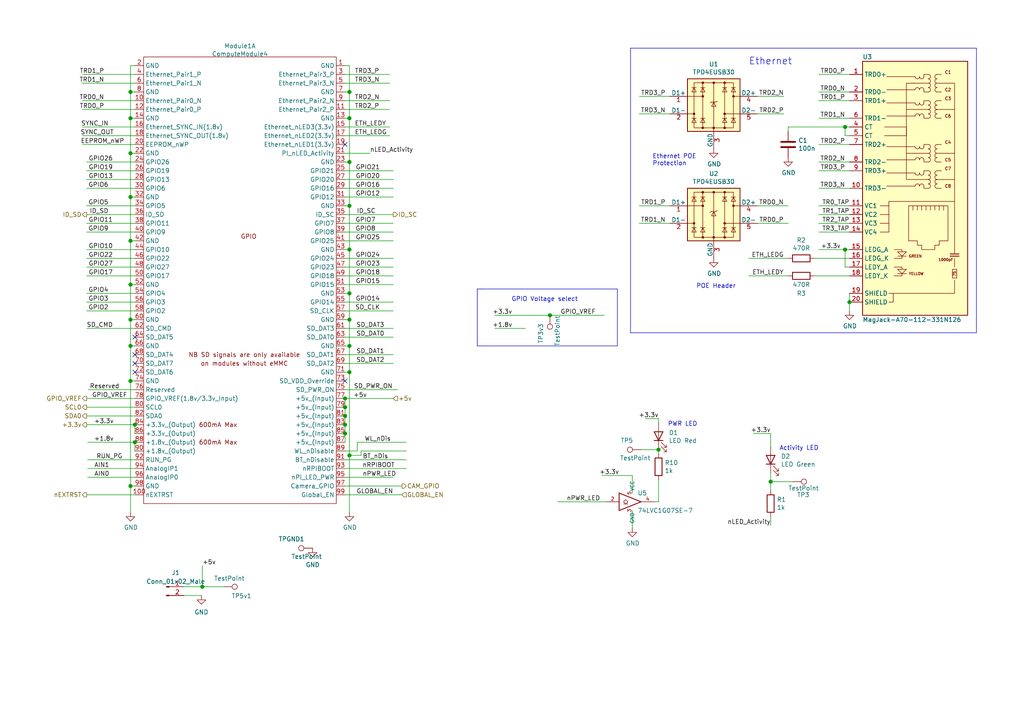
<source format=kicad_sch>
(kicad_sch (version 20210406) (generator eeschema)
  (paper "A4")
  (title_block (title "Compute Module 4 IO Board - GPIO - Ethernet") (rev "1") (company "(c) Raspberry Pi Trading 2020") (comment 1 "www.raspberrypi.org"))
  (lib_symbols
    (symbol "CM4IO:74LVC1G07_copy"
      (property "Reference" "U" (at -2.54 3.81 0))
      (property "Value" "74LVC1G07_copy" (at 0 -3.81 0))
      (symbol "74LVC1G07_copy_1_1"
        (pin input line (at -7.62 0 0) (length 3.81) (name "~") (number "2"))
        (pin power_in line (at 0 -2.54 270) (length 0) (name "GND") (number "3"))
        (pin open_collector line (at 6.35 0 180) (length 3.81) (name "~") (number "4"))
        (pin power_in line (at 0 2.54 90) (length 0) (name "VCC") (number "5"))
      )
    )
    (symbol "CM4IO:ComputeModule4-CM4"
      (property "Reference" "Module" (at 113.03 -68.58 0))
      (property "Value" "ComputeModule4-CM4" (at 140.97 2.54 0))
      (property "Field4" "Hirose" (at 0 0 0))
      (property "Field5" "2x DF40C-100DS-0.4V" (at 0 -2.54 0))
      (symbol "ComputeModule4-CM4_1_0"
        (text "GPIO" (at 0 6.35 0) (effects (font (size 1.27 1.27))))
      )
      (symbol "ComputeModule4-CM4_1_1"
        (text "600mA Max" (at -8.89 -53.34 0) (effects (font (size 1.27 1.27))))
        (text "600mA Max" (at -8.89 -48.26 0) (effects (font (size 1.27 1.27))))
        (text "NB SD signals are only available" (at -1.27 -27.94 0) (effects (font (size 1.27 1.27))))
        (text "on modules without eMMC" (at -1.27 -30.48 0) (effects (font (size 1.27 1.27))))
        (pin power_in line (at 27.94 55.88 180) (length 2.54) (name "GND") (number "1"))
        (pin passive line (at -33.02 45.72 0) (length 2.54) (name "Ethernet_Pair0_N") (number "10"))
        (pin output line (at -33.02 -68.58 0) (length 2.54) (name "nEXTRST") (number "100"))
        (pin passive line (at 27.94 43.18 180) (length 2.54) (name "Ethernet_Pair2_P") (number "11"))
        (pin passive line (at -33.02 43.18 0) (length 2.54) (name "Ethernet_Pair0_P") (number "12"))
        (pin power_in line (at 27.94 40.64 180) (length 2.54) (name "GND") (number "13"))
        (pin power_in line (at -33.02 40.64 0) (length 2.54) (name "GND") (number "14"))
        (pin output line (at 27.94 38.1 180) (length 2.54) (name "Ethernet_nLED3(3.3v)") (number "15"))
        (pin input line (at -33.02 38.1 0) (length 2.54) (name "Ethernet_SYNC_IN(1.8v)") (number "16"))
        (pin output line (at 27.94 35.56 180) (length 2.54) (name "Ethernet_nLED2(3.3v)") (number "17"))
        (pin input line (at -33.02 35.56 0) (length 2.54) (name "Ethernet_SYNC_OUT(1.8v)") (number "18"))
        (pin output line (at 27.94 33.02 180) (length 2.54) (name "Ethernet_nLED1(3.3v)") (number "19"))
        (pin power_in line (at -33.02 55.88 0) (length 2.54) (name "GND") (number "2"))
        (pin passive line (at -33.02 33.02 0) (length 2.54) (name "EEPROM_nWP") (number "20"))
        (pin open_collector line (at 27.94 30.48 180) (length 2.54) (name "PI_nLED_Activity") (number "21"))
        (pin power_in line (at -33.02 30.48 0) (length 2.54) (name "GND") (number "22"))
        (pin power_in line (at 27.94 27.94 180) (length 2.54) (name "GND") (number "23"))
        (pin passive line (at -33.02 27.94 0) (length 2.54) (name "GPIO26") (number "24"))
        (pin passive line (at 27.94 25.4 180) (length 2.54) (name "GPIO21") (number "25"))
        (pin passive line (at -33.02 25.4 0) (length 2.54) (name "GPIO19") (number "26"))
        (pin passive line (at 27.94 22.86 180) (length 2.54) (name "GPIO20") (number "27"))
        (pin passive line (at -33.02 22.86 0) (length 2.54) (name "GPIO13") (number "28"))
        (pin passive line (at 27.94 20.32 180) (length 2.54) (name "GPIO16") (number "29"))
        (pin passive line (at 27.94 53.34 180) (length 2.54) (name "Ethernet_Pair3_P") (number "3"))
        (pin passive line (at -33.02 20.32 0) (length 2.54) (name "GPIO6") (number "30"))
        (pin passive line (at 27.94 17.78 180) (length 2.54) (name "GPIO12") (number "31"))
        (pin power_in line (at -33.02 17.78 0) (length 2.54) (name "GND") (number "32"))
        (pin power_in line (at 27.94 15.24 180) (length 2.54) (name "GND") (number "33"))
        (pin passive line (at -33.02 15.24 0) (length 2.54) (name "GPIO5") (number "34"))
        (pin passive line (at 27.94 12.7 180) (length 2.54) (name "ID_SC") (number "35"))
        (pin passive line (at -33.02 12.7 0) (length 2.54) (name "ID_SD") (number "36"))
        (pin passive line (at 27.94 10.16 180) (length 2.54) (name "GPIO7") (number "37"))
        (pin passive line (at -33.02 10.16 0) (length 2.54) (name "GPIO11") (number "38"))
        (pin passive line (at 27.94 7.62 180) (length 2.54) (name "GPIO8") (number "39"))
        (pin passive line (at -33.02 53.34 0) (length 2.54) (name "Ethernet_Pair1_P") (number "4"))
        (pin passive line (at -33.02 7.62 0) (length 2.54) (name "GPIO9") (number "40"))
        (pin passive line (at 27.94 5.08 180) (length 2.54) (name "GPIO25") (number "41"))
        (pin power_in line (at -33.02 5.08 0) (length 2.54) (name "GND") (number "42"))
        (pin power_in line (at 27.94 2.54 180) (length 2.54) (name "GND") (number "43"))
        (pin passive line (at -33.02 2.54 0) (length 2.54) (name "GPIO10") (number "44"))
        (pin passive line (at 27.94 0 180) (length 2.54) (name "GPIO24") (number "45"))
        (pin passive line (at -33.02 0 0) (length 2.54) (name "GPIO22") (number "46"))
        (pin passive line (at 27.94 -2.54 180) (length 2.54) (name "GPIO23") (number "47"))
        (pin passive line (at -33.02 -2.54 0) (length 2.54) (name "GPIO27") (number "48"))
        (pin passive line (at 27.94 -5.08 180) (length 2.54) (name "GPIO18") (number "49"))
        (pin passive line (at 27.94 50.8 180) (length 2.54) (name "Ethernet_Pair3_N") (number "5"))
        (pin passive line (at -33.02 -5.08 0) (length 2.54) (name "GPIO17") (number "50"))
        (pin passive line (at 27.94 -7.62 180) (length 2.54) (name "GPIO15") (number "51"))
        (pin power_in line (at -33.02 -7.62 0) (length 2.54) (name "GND") (number "52"))
        (pin power_in line (at 27.94 -10.16 180) (length 2.54) (name "GND") (number "53"))
        (pin passive line (at -33.02 -10.16 0) (length 2.54) (name "GPIO4") (number "54"))
        (pin passive line (at 27.94 -12.7 180) (length 2.54) (name "GPIO14") (number "55"))
        (pin passive line (at -33.02 -12.7 0) (length 2.54) (name "GPIO3") (number "56"))
        (pin passive line (at 27.94 -15.24 180) (length 2.54) (name "SD_CLK") (number "57"))
        (pin passive line (at -33.02 -15.24 0) (length 2.54) (name "GPIO2") (number "58"))
        (pin power_in line (at 27.94 -17.78 180) (length 2.54) (name "GND") (number "59"))
        (pin passive line (at -33.02 50.8 0) (length 2.54) (name "Ethernet_Pair1_N") (number "6"))
        (pin power_in line (at -33.02 -17.78 0) (length 2.54) (name "GND") (number "60"))
        (pin passive line (at 27.94 -20.32 180) (length 2.54) (name "SD_DAT3") (number "61"))
        (pin passive line (at -33.02 -20.32 0) (length 2.54) (name "SD_CMD") (number "62"))
        (pin passive line (at 27.94 -22.86 180) (length 2.54) (name "SD_DAT0") (number "63"))
        (pin passive line (at -33.02 -22.86 0) (length 2.54) (name "SD_DAT5") (number "64"))
        (pin power_in line (at 27.94 -25.4 180) (length 2.54) (name "GND") (number "65"))
        (pin power_in line (at -33.02 -25.4 0) (length 2.54) (name "GND") (number "66"))
        (pin passive line (at 27.94 -27.94 180) (length 2.54) (name "SD_DAT1") (number "67"))
        (pin passive line (at -33.02 -27.94 0) (length 2.54) (name "SD_DAT4") (number "68"))
        (pin passive line (at 27.94 -30.48 180) (length 2.54) (name "SD_DAT2") (number "69"))
        (pin power_in line (at 27.94 48.26 180) (length 2.54) (name "GND") (number "7"))
        (pin passive line (at -33.02 -30.48 0) (length 2.54) (name "SD_DAT7") (number "70"))
        (pin power_in line (at 27.94 -33.02 180) (length 2.54) (name "GND") (number "71"))
        (pin passive line (at -33.02 -33.02 0) (length 2.54) (name "SD_DAT6") (number "72"))
        (pin input line (at 27.94 -35.56 180) (length 2.54) (name "SD_VDD_Override") (number "73"))
        (pin power_in line (at -33.02 -35.56 0) (length 2.54) (name "GND") (number "74"))
        (pin output line (at 27.94 -38.1 180) (length 2.54) (name "SD_PWR_ON") (number "75"))
        (pin passive line (at -33.02 -38.1 0) (length 2.54) (name "Reserved") (number "76"))
        (pin power_in line (at 27.94 -40.64 180) (length 2.54) (name "+5v_(Input)") (number "77"))
        (pin power_in line (at -33.02 -40.64 0) (length 2.54) (name "GPIO_VREF(1.8v/3.3v_Input)") (number "78"))
        (pin power_in line (at 27.94 -43.18 180) (length 2.54) (name "+5v_(Input)") (number "79"))
        (pin power_in line (at -33.02 48.26 0) (length 2.54) (name "GND") (number "8"))
        (pin passive line (at -33.02 -43.18 0) (length 2.54) (name "SCL0") (number "80"))
        (pin power_in line (at 27.94 -45.72 180) (length 2.54) (name "+5v_(Input)") (number "81"))
        (pin passive line (at -33.02 -45.72 0) (length 2.54) (name "SDA0") (number "82"))
        (pin power_in line (at 27.94 -48.26 180) (length 2.54) (name "+5v_(Input)") (number "83"))
        (pin power_out line (at -33.02 -48.26 0) (length 2.54) (name "+3.3v_(Output)") (number "84"))
        (pin power_in line (at 27.94 -50.8 180) (length 2.54) (name "+5v_(Input)") (number "85"))
        (pin power_out line (at -33.02 -50.8 0) (length 2.54) (name "+3.3v_(Output)") (number "86"))
        (pin power_in line (at 27.94 -53.34 180) (length 2.54) (name "+5v_(Input)") (number "87"))
        (pin power_out line (at -33.02 -53.34 0) (length 2.54) (name "+1.8v_(Output)") (number "88"))
        (pin input line (at 27.94 -55.88 180) (length 2.54) (name "WL_nDisable") (number "89"))
        (pin passive line (at 27.94 45.72 180) (length 2.54) (name "Ethernet_Pair2_N") (number "9"))
        (pin power_out line (at -33.02 -55.88 0) (length 2.54) (name "+1.8v_(Output)") (number "90"))
        (pin input line (at 27.94 -58.42 180) (length 2.54) (name "BT_nDisable") (number "91"))
        (pin passive line (at -33.02 -58.42 0) (length 2.54) (name "RUN_PG") (number "92"))
        (pin input line (at 27.94 -60.96 180) (length 2.54) (name "nRPIBOOT") (number "93"))
        (pin passive line (at -33.02 -60.96 0) (length 2.54) (name "AnalogIP1") (number "94"))
        (pin output line (at 27.94 -63.5 180) (length 2.54) (name "nPI_LED_PWR") (number "95"))
        (pin passive line (at -33.02 -63.5 0) (length 2.54) (name "AnalogIP0") (number "96"))
        (pin passive line (at 27.94 -66.04 180) (length 2.54) (name "Camera_GPIO") (number "97"))
        (pin power_in line (at -33.02 -66.04 0) (length 2.54) (name "GND") (number "98"))
        (pin input line (at 27.94 -68.58 180) (length 2.54) (name "Global_EN") (number "99"))
      )
      (symbol "ComputeModule4-CM4_2_1"
        (text "High Speed Serial" (at 140.97 0 0) (effects (font (size 1.27 1.27))))
        (pin input line (at 170.18 60.96 180) (length 5.08) (name "USB_OTG_ID") (number "101"))
        (pin input line (at 109.22 60.96 0) (length 5.08) (name "PCIe_CLK_nREQ") (number "102"))
        (pin passive line (at 170.18 58.42 180) (length 5.08) (name "USB2_N") (number "103"))
        (pin passive line (at 109.22 58.42 0) (length 5.08) (name "Reserved") (number "104"))
        (pin passive line (at 170.18 55.88 180) (length 5.08) (name "USB2_P") (number "105"))
        (pin passive line (at 109.22 55.88 0) (length 5.08) (name "Reserved") (number "106"))
        (pin power_in line (at 170.18 53.34 180) (length 5.08) (name "GND") (number "107"))
        (pin power_in line (at 109.22 53.34 0) (length 5.08) (name "GND") (number "108"))
        (pin bidirectional line (at 170.18 50.8 180) (length 5.08) (name "PCIe_nRST") (number "109"))
        (pin output line (at 109.22 50.8 0) (length 5.08) (name "PCIe_CLK_P") (number "110"))
        (pin passive line (at 170.18 48.26 180) (length 5.08) (name "VDAC_COMP") (number "111"))
        (pin output line (at 109.22 48.26 0) (length 5.08) (name "PCIe_CLK_N") (number "112"))
        (pin power_in line (at 170.18 45.72 180) (length 5.08) (name "GND") (number "113"))
        (pin power_in line (at 109.22 45.72 0) (length 5.08) (name "GND") (number "114"))
        (pin input line (at 170.18 43.18 180) (length 5.08) (name "CAM1_D0_N") (number "115"))
        (pin input line (at 109.22 43.18 0) (length 5.08) (name "PCIe_RX_P") (number "116"))
        (pin input line (at 170.18 40.64 180) (length 5.08) (name "CAM1_D0_P") (number "117"))
        (pin input line (at 109.22 40.64 0) (length 5.08) (name "PCIe_RX_N") (number "118"))
        (pin power_in line (at 170.18 38.1 180) (length 5.08) (name "GND") (number "119"))
        (pin power_in line (at 109.22 38.1 0) (length 5.08) (name "GND") (number "120"))
        (pin input line (at 170.18 35.56 180) (length 5.08) (name "CAM1_D1_N") (number "121"))
        (pin output line (at 109.22 35.56 0) (length 5.08) (name "PCIe_TX_P") (number "122"))
        (pin input line (at 170.18 33.02 180) (length 5.08) (name "CAM1_D1_P") (number "123"))
        (pin output line (at 109.22 33.02 0) (length 5.08) (name "PCIe_TX_N") (number "124"))
        (pin power_in line (at 170.18 30.48 180) (length 5.08) (name "GND") (number "125"))
        (pin power_in line (at 109.22 30.48 0) (length 5.08) (name "GND") (number "126"))
        (pin input line (at 170.18 27.94 180) (length 5.08) (name "CAM1_C_N") (number "127"))
        (pin input line (at 109.22 27.94 0) (length 5.08) (name "CAM0_D0_N") (number "128"))
        (pin input line (at 170.18 25.4 180) (length 5.08) (name "CAM1_C_P") (number "129"))
        (pin input line (at 109.22 25.4 0) (length 5.08) (name "CAM0_D0_P") (number "130"))
        (pin power_in line (at 170.18 22.86 180) (length 5.08) (name "GND") (number "131"))
        (pin power_in line (at 109.22 22.86 0) (length 5.08) (name "GND") (number "132"))
        (pin input line (at 170.18 20.32 180) (length 5.08) (name "CAM1_D2_N") (number "133"))
        (pin input line (at 109.22 20.32 0) (length 5.08) (name "CAM0_D1_N") (number "134"))
        (pin input line (at 170.18 17.78 180) (length 5.08) (name "CAM1_D2_P") (number "135"))
        (pin input line (at 109.22 17.78 0) (length 5.08) (name "CAM0_D1_P") (number "136"))
        (pin power_in line (at 170.18 15.24 180) (length 5.08) (name "GND") (number "137"))
        (pin power_in line (at 109.22 15.24 0) (length 5.08) (name "GND") (number "138"))
        (pin input line (at 170.18 12.7 180) (length 5.08) (name "CAM1_D3_N") (number "139"))
        (pin input line (at 109.22 12.7 0) (length 5.08) (name "CAM0_C_N") (number "140"))
        (pin input line (at 170.18 10.16 180) (length 5.08) (name "CAM1_D3_P") (number "141"))
        (pin input line (at 109.22 10.16 0) (length 5.08) (name "CAM0_C_P") (number "142"))
        (pin input line (at 170.18 7.62 180) (length 5.08) (name "HDMI1_HOTPLUG") (number "143"))
        (pin power_in line (at 109.22 7.62 0) (length 5.08) (name "GND") (number "144"))
        (pin bidirectional line (at 170.18 5.08 180) (length 5.08) (name "HDMI1_SDA") (number "145"))
        (pin output line (at 109.22 5.08 0) (length 5.08) (name "HDMI1_TX2_P") (number "146"))
        (pin open_collector line (at 170.18 2.54 180) (length 5.08) (name "HDMI1_SCL") (number "147"))
        (pin output line (at 109.22 2.54 0) (length 5.08) (name "HDMI1_TX2_N") (number "148"))
        (pin open_collector line (at 170.18 0 180) (length 5.08) (name "HDMI1_CEC") (number "149"))
        (pin power_in line (at 109.22 0 0) (length 5.08) (name "GND") (number "150"))
        (pin open_collector line (at 170.18 -2.54 180) (length 5.08) (name "HDMI0_CEC") (number "151"))
        (pin output line (at 109.22 -2.54 0) (length 5.08) (name "HDMI1_TX1_P") (number "152"))
        (pin input line (at 170.18 -5.08 180) (length 5.08) (name "HDMI0_HOTPLUG") (number "153"))
        (pin output line (at 109.22 -5.08 0) (length 5.08) (name "HDMI1_TX1_N") (number "154"))
        (pin power_in line (at 170.18 -7.62 180) (length 5.08) (name "GND") (number "155"))
        (pin power_in line (at 109.22 -7.62 0) (length 5.08) (name "GND") (number "156"))
        (pin output line (at 170.18 -10.16 180) (length 5.08) (name "DSI0_D0_N") (number "157"))
        (pin output line (at 109.22 -10.16 0) (length 5.08) (name "HDMI1_TX0_P") (number "158"))
        (pin output line (at 170.18 -12.7 180) (length 5.08) (name "DSI0_D0_P") (number "159"))
        (pin output line (at 109.22 -12.7 0) (length 5.08) (name "HDMI1_TX0_N") (number "160"))
        (pin power_in line (at 170.18 -15.24 180) (length 5.08) (name "GND") (number "161"))
        (pin power_in line (at 109.22 -15.24 0) (length 5.08) (name "GND") (number "162"))
        (pin output line (at 170.18 -17.78 180) (length 5.08) (name "DSI0_D1_N") (number "163"))
        (pin output line (at 109.22 -17.78 0) (length 5.08) (name "HDMI1_CLK_P") (number "164"))
        (pin output line (at 170.18 -20.32 180) (length 5.08) (name "DSI0_D1_P") (number "165"))
        (pin output line (at 109.22 -20.32 0) (length 5.08) (name "HDMI1_CLK_N") (number "166"))
        (pin power_in line (at 170.18 -22.86 180) (length 5.08) (name "GND") (number "167"))
        (pin power_in line (at 109.22 -22.86 0) (length 5.08) (name "GND") (number "168"))
        (pin output line (at 170.18 -25.4 180) (length 5.08) (name "DSI0_C_N") (number "169"))
        (pin output line (at 109.22 -25.4 0) (length 5.08) (name "HDMI0_TX2_P") (number "170"))
        (pin output line (at 170.18 -27.94 180) (length 5.08) (name "DSI0_C_P") (number "171"))
        (pin output line (at 109.22 -27.94 0) (length 5.08) (name "HDMI0_TX2_N") (number "172"))
        (pin power_in line (at 170.18 -30.48 180) (length 5.08) (name "GND") (number "173"))
        (pin power_in line (at 109.22 -30.48 0) (length 5.08) (name "GND") (number "174"))
        (pin output line (at 170.18 -33.02 180) (length 5.08) (name "DSI1_D0_N") (number "175"))
        (pin output line (at 109.22 -33.02 0) (length 5.08) (name "HDMI0_TX1_P") (number "176"))
        (pin output line (at 170.18 -35.56 180) (length 5.08) (name "DSI1_D0_P") (number "177"))
        (pin output line (at 109.22 -35.56 0) (length 5.08) (name "HDMI0_TX1_N") (number "178"))
        (pin power_in line (at 170.18 -38.1 180) (length 5.08) (name "GND") (number "179"))
        (pin power_in line (at 109.22 -38.1 0) (length 5.08) (name "GND") (number "180"))
        (pin output line (at 170.18 -40.64 180) (length 5.08) (name "DSI1_D1_N") (number "181"))
        (pin output line (at 109.22 -40.64 0) (length 5.08) (name "HDMI0_TX0_P") (number "182"))
        (pin output line (at 170.18 -43.18 180) (length 5.08) (name "DSI1_D1_P") (number "183"))
        (pin output line (at 109.22 -43.18 0) (length 5.08) (name "HDMI0_TX0_N") (number "184"))
        (pin power_in line (at 170.18 -45.72 180) (length 5.08) (name "GND") (number "185"))
        (pin power_in line (at 109.22 -45.72 0) (length 5.08) (name "GND") (number "186"))
        (pin output line (at 170.18 -48.26 180) (length 5.08) (name "DSI1_C_N") (number "187"))
        (pin output line (at 109.22 -48.26 0) (length 5.08) (name "HDMI0_CLK_P") (number "188"))
        (pin output line (at 170.18 -50.8 180) (length 5.08) (name "DSI1_C_P") (number "189"))
        (pin output line (at 109.22 -50.8 0) (length 5.08) (name "HDMI0_CLK_N") (number "190"))
        (pin power_in line (at 170.18 -53.34 180) (length 5.08) (name "GND") (number "191"))
        (pin power_in line (at 109.22 -53.34 0) (length 5.08) (name "GND") (number "192"))
        (pin output line (at 170.18 -55.88 180) (length 5.08) (name "DSI1_D2_N") (number "193"))
        (pin output line (at 109.22 -55.88 0) (length 5.08) (name "DSI1_D3_N") (number "194"))
        (pin output line (at 170.18 -58.42 180) (length 5.08) (name "DSI1_D2_P") (number "195"))
        (pin output line (at 109.22 -58.42 0) (length 5.08) (name "DSI1_D3_P") (number "196"))
        (pin power_in line (at 170.18 -60.96 180) (length 5.08) (name "GND") (number "197"))
        (pin power_in line (at 109.22 -60.96 0) (length 5.08) (name "GND") (number "198"))
        (pin bidirectional line (at 170.18 -63.5 180) (length 5.08) (name "HDMI0_SDA") (number "199"))
        (pin open_collector line (at 109.22 -63.5 0) (length 5.08) (name "HDMI0_SCL") (number "200"))
      )
    )
    (symbol "CM4IO:MagJack-A70-112-331N126"
      (property "Reference" "U" (at 0 0 0))
      (property "Value" "MagJack-A70-112-331N126" (at 0 0 0))
      (symbol "MagJack-A70-112-331N126_1_1"
        (text "1000pF" (at 6.35 17.399 0) (effects (font (size 0.762 0.762))))
        (text "75" (at 8.89 13.335 900) (effects (font (size 0.762 0.762))))
        (text "C1" (at 6.985 71.755 0) (effects (font (size 0.889 0.889))))
        (text "C2" (at 6.985 66.675 0) (effects (font (size 0.889 0.889))))
        (text "C3" (at 6.985 64.135 0) (effects (font (size 0.889 0.889))))
        (text "C4" (at 6.985 51.435 0) (effects (font (size 0.889 0.889))))
        (text "C5" (at 6.985 46.355 0) (effects (font (size 0.889 0.889))))
        (text "C6" (at 6.985 59.055 0) (effects (font (size 0.889 0.889))))
        (text "C7" (at 6.985 43.815 0) (effects (font (size 0.889 0.889))))
        (text "C8" (at 6.985 38.735 0) (effects (font (size 0.889 0.889))))
        (text "GREEN" (at -4.445 18.415 0) (effects (font (size 0.762 0.762)) (justify left)))
        (text "YELLOW" (at -4.445 13.335 0) (effects (font (size 0.762 0.762)) (justify left)))
        (pin passive line (at -21.59 71.12 0) (length 3.81) (name "TRD0+") (number "1"))
        (pin passive line (at -21.59 38.1 0) (length 3.81) (name "TRD3-") (number "10"))
        (pin passive line (at -21.59 33.02 0) (length 3.81) (name "VC1") (number "11"))
        (pin passive line (at -21.59 30.48 0) (length 3.81) (name "VC2") (number "12"))
        (pin passive line (at -21.59 27.94 0) (length 3.81) (name "VC3") (number "13"))
        (pin passive line (at -21.59 25.4 0) (length 3.81) (name "VC4") (number "14"))
        (pin passive line (at -21.59 20.32 0) (length 3.81) (name "LEDG_A") (number "15"))
        (pin passive line (at -21.59 17.78 0) (length 3.81) (name "LEDG_K") (number "16"))
        (pin passive line (at -21.59 15.24 0) (length 3.81) (name "LEDY_A") (number "17"))
        (pin passive line (at -21.59 12.7 0) (length 3.81) (name "LEDY_K") (number "18"))
        (pin passive line (at -21.59 7.62 0) (length 3.81) (name "SHIELD") (number "19"))
        (pin passive line (at -21.59 66.04 0) (length 3.81) (name "TRD0-") (number "2"))
        (pin passive line (at -21.59 5.08 0) (length 3.81) (name "SHIELD") (number "20"))
        (pin passive line (at -21.59 63.5 0) (length 3.81) (name "TRD1+") (number "3"))
        (pin passive line (at -21.59 55.88 0) (length 3.81) (name "CT") (number "4"))
        (pin passive line (at -21.59 53.34 0) (length 3.81) (name "CT") (number "5"))
        (pin passive line (at -21.59 58.42 0) (length 3.81) (name "TRD1-") (number "6"))
        (pin passive line (at -21.59 50.8 0) (length 3.81) (name "TRD2+") (number "7"))
        (pin passive line (at -21.59 45.72 0) (length 3.81) (name "TRD2-") (number "8"))
        (pin passive line (at -21.59 43.18 0) (length 3.81) (name "TRD3+") (number "9"))
      )
    )
    (symbol "CM4IO:TPD4EUSB30" (pin_names (offset 0))
      (property "Reference" "U" (at -0.635 8.89 0))
      (property "Value" "TPD4EUSB30" (at 8.89 -10.16 0))
      (symbol "TPD4EUSB30_1_1"
        (pin passive line (at -12.7 2.54 0) (length 5.08) (name "D1+") (number "1"))
        (pin passive line (at -12.7 2.54 0) (length 5.08) hide (name "~") (number "10"))
        (pin passive line (at -12.7 -2.54 0) (length 5.08) (name "D1-") (number "2"))
        (pin power_in line (at 0 -12.7 90) (length 5.08) (name "GND") (number "3"))
        (pin passive line (at 12.7 2.54 180) (length 5.08) (name "D2+") (number "4"))
        (pin passive line (at 12.7 -2.54 180) (length 5.08) (name "D2-") (number "5"))
        (pin passive line (at 12.7 -2.54 180) (length 5.08) hide (name "~") (number "6"))
        (pin passive line (at 12.7 2.54 180) (length 5.08) hide (name "~") (number "7"))
        (pin passive line (at 0 -12.7 90) (length 5.08) hide (name "GND") (number "8"))
        (pin passive line (at -12.7 -2.54 0) (length 5.08) hide (name "~") (number "9"))
      )
    )
    (symbol "Connector:Conn_01x02_Male" (pin_names (offset 1.016) hide)
      (property "Reference" "J" (at 0 2.54 0))
      (property "Value" "Conn_01x02_Male" (at 0 -5.08 0))
      (symbol "Conn_01x02_Male_1_1"
        (pin passive line (at 5.08 0 180) (length 3.81) (name "Pin_1") (number "1"))
        (pin passive line (at 5.08 -2.54 180) (length 3.81) (name "Pin_2") (number "2"))
      )
    )
    (symbol "Connector:TestPoint" (pin_numbers hide) (pin_names (offset 0.762) hide)
      (property "Reference" "TP" (at 0 6.858 0))
      (property "Value" "TestPoint" (at 0 5.08 0))
      (symbol "TestPoint_1_1"
        (pin passive line (at 0 0 90) (length 2.54) (name "1") (number "1"))
      )
    )
    (symbol "Device:C" (pin_numbers hide) (pin_names (offset 0.254))
      (property "Reference" "C" (at 0.635 2.54 0))
      (property "Value" "C" (at 0.635 -2.54 0))
      (symbol "C_1_1"
        (pin passive line (at 0 3.81 270) (length 2.794) (name "~") (number "1"))
        (pin passive line (at 0 -3.81 90) (length 2.794) (name "~") (number "2"))
      )
    )
    (symbol "Device:LED" (pin_numbers hide) (pin_names hide)
      (property "Reference" "D" (at 0 2.54 0))
      (property "Value" "LED" (at 0 -2.54 0))
      (symbol "LED_1_1"
        (pin passive line (at -3.81 0 0) (length 2.54) (name "K") (number "1"))
        (pin passive line (at 3.81 0 180) (length 2.54) (name "A") (number "2"))
      )
    )
    (symbol "Device:R" (pin_numbers hide) (pin_names (offset 0))
      (property "Reference" "R" (at 2.032 0 90))
      (property "Value" "R" (at 0 0 90))
      (symbol "R_1_1"
        (pin passive line (at 0 3.81 270) (length 1.27) (name "~") (number "1"))
        (pin passive line (at 0 -3.81 90) (length 1.27) (name "~") (number "2"))
      )
    )
    (symbol "power:GND" (power) (pin_names (offset 0))
      (property "Value" "GND" (at 0 -3.81 0))
      (symbol "GND_1_1"
        (pin power_in line (at 0 0 270) (length 0) hide (name "GND") (number "1"))
      )
    )
  )
  (junction (at 37.846 26.67) (diameter 1.016))
  (junction (at 37.846 34.29) (diameter 1.016))
  (junction (at 37.846 44.45) (diameter 1.016))
  (junction (at 37.846 57.15) (diameter 1.016))
  (junction (at 37.846 69.85) (diameter 1.016))
  (junction (at 37.846 82.55) (diameter 1.016))
  (junction (at 37.846 92.71) (diameter 1.016))
  (junction (at 37.846 100.33) (diameter 1.016))
  (junction (at 37.846 110.49) (diameter 1.016))
  (junction (at 37.846 140.97) (diameter 1.016))
  (junction (at 39.116 123.19) (diameter 1.016))
  (junction (at 39.116 128.27) (diameter 1.016))
  (junction (at 58.674 170.18) (diameter 1.016))
  (junction (at 100.076 115.57) (diameter 1.016))
  (junction (at 100.076 118.11) (diameter 1.016))
  (junction (at 100.076 120.65) (diameter 1.016))
  (junction (at 100.076 123.19) (diameter 1.016))
  (junction (at 100.076 125.73) (diameter 1.016))
  (junction (at 101.346 26.67) (diameter 1.016))
  (junction (at 101.346 34.29) (diameter 1.016))
  (junction (at 101.346 46.99) (diameter 1.016))
  (junction (at 101.346 59.69) (diameter 1.016))
  (junction (at 101.346 72.39) (diameter 1.016))
  (junction (at 101.346 85.09) (diameter 1.016))
  (junction (at 101.346 92.71) (diameter 1.016))
  (junction (at 101.346 100.33) (diameter 1.016))
  (junction (at 101.346 107.95) (diameter 1.016))
  (junction (at 101.346 132.08) (diameter 1.016))
  (junction (at 159.512 91.44) (diameter 1.016))
  (junction (at 191.008 130.429) (diameter 1.016))
  (junction (at 223.52 139.7) (diameter 1.016))
  (junction (at 245.11 36.83) (diameter 1.016))
  (junction (at 245.11 72.39) (diameter 1.016))
  (junction (at 246.38 87.63) (diameter 1.016))
  (no_connect (at 39.116 97.79))
  (no_connect (at 39.116 102.87))
  (no_connect (at 39.116 105.41))
  (no_connect (at 39.116 107.95))
  (no_connect (at 100.076 41.91))
  (no_connect (at 100.076 110.49))
  (wire (pts (xy 23.876 21.59) (xy 39.116 21.59)))
  (wire (pts (xy 23.876 24.13) (xy 39.116 24.13)))
  (wire (pts (xy 23.876 29.21) (xy 39.116 29.21)))
  (wire (pts (xy 23.876 31.75) (xy 39.116 31.75)))
  (wire (pts (xy 23.876 36.83) (xy 39.116 36.83)))
  (wire (pts (xy 23.876 39.37) (xy 39.116 39.37)))
  (wire (pts (xy 23.876 41.91) (xy 39.116 41.91)))
  (wire (pts (xy 25.146 46.99) (xy 39.116 46.99)))
  (wire (pts (xy 25.146 49.53) (xy 39.116 49.53)))
  (wire (pts (xy 25.146 52.07) (xy 39.116 52.07)))
  (wire (pts (xy 25.146 54.61) (xy 39.116 54.61)))
  (wire (pts (xy 25.146 59.69) (xy 39.116 59.69)))
  (wire (pts (xy 25.146 62.23) (xy 39.116 62.23)))
  (wire (pts (xy 25.146 64.77) (xy 39.116 64.77)))
  (wire (pts (xy 25.146 67.31) (xy 39.116 67.31)))
  (wire (pts (xy 25.146 72.39) (xy 39.116 72.39)))
  (wire (pts (xy 25.146 74.93) (xy 39.116 74.93)))
  (wire (pts (xy 25.146 77.47) (xy 39.116 77.47)))
  (wire (pts (xy 25.146 80.01) (xy 39.116 80.01)))
  (wire (pts (xy 25.146 85.09) (xy 39.116 85.09)))
  (wire (pts (xy 25.146 87.63) (xy 39.116 87.63)))
  (wire (pts (xy 25.146 90.17) (xy 39.116 90.17)))
  (wire (pts (xy 25.146 95.25) (xy 39.116 95.25)))
  (wire (pts (xy 25.146 115.57) (xy 39.116 115.57)))
  (wire (pts (xy 25.146 118.11) (xy 39.116 118.11)))
  (wire (pts (xy 25.146 120.65) (xy 39.116 120.65)))
  (wire (pts (xy 25.146 123.19) (xy 39.116 123.19)))
  (wire (pts (xy 25.146 143.51) (xy 39.116 143.51)))
  (wire (pts (xy 25.4 128.27) (xy 39.116 128.27)))
  (wire (pts (xy 25.4 133.35) (xy 39.116 133.35)))
  (wire (pts (xy 25.4 135.89) (xy 39.116 135.89)))
  (wire (pts (xy 25.4 138.43) (xy 39.116 138.43)))
  (wire (pts (xy 25.6032 113.03) (xy 39.116 113.03)))
  (wire (pts (xy 37.846 19.05) (xy 37.846 26.67)))
  (wire (pts (xy 37.846 26.67) (xy 37.846 34.29)))
  (wire (pts (xy 37.846 34.29) (xy 37.846 44.45)))
  (wire (pts (xy 37.846 44.45) (xy 37.846 57.15)))
  (wire (pts (xy 37.846 44.45) (xy 39.116 44.45)))
  (wire (pts (xy 37.846 57.15) (xy 37.846 69.85)))
  (wire (pts (xy 37.846 57.15) (xy 39.116 57.15)))
  (wire (pts (xy 37.846 69.85) (xy 37.846 82.55)))
  (wire (pts (xy 37.846 69.85) (xy 39.116 69.85)))
  (wire (pts (xy 37.846 82.55) (xy 37.846 92.71)))
  (wire (pts (xy 37.846 82.55) (xy 39.116 82.55)))
  (wire (pts (xy 37.846 92.71) (xy 37.846 100.33)))
  (wire (pts (xy 37.846 92.71) (xy 39.116 92.71)))
  (wire (pts (xy 37.846 100.33) (xy 37.846 110.49)))
  (wire (pts (xy 37.846 100.33) (xy 39.116 100.33)))
  (wire (pts (xy 37.846 110.49) (xy 37.846 140.97)))
  (wire (pts (xy 37.846 110.49) (xy 39.116 110.49)))
  (wire (pts (xy 37.846 140.97) (xy 37.846 148.59)))
  (wire (pts (xy 39.116 19.05) (xy 37.846 19.05)))
  (wire (pts (xy 39.116 26.67) (xy 37.846 26.67)))
  (wire (pts (xy 39.116 34.29) (xy 37.846 34.29)))
  (wire (pts (xy 39.116 125.73) (xy 39.116 123.19)))
  (wire (pts (xy 39.116 128.27) (xy 39.37 128.27)))
  (wire (pts (xy 39.116 130.81) (xy 39.116 128.27)))
  (wire (pts (xy 39.116 140.97) (xy 37.846 140.97)))
  (wire (pts (xy 53.34 170.18) (xy 58.674 170.18)))
  (wire (pts (xy 53.34 172.72) (xy 58.42 172.72)))
  (wire (pts (xy 58.674 164.084) (xy 58.674 170.18)))
  (wire (pts (xy 58.674 170.18) (xy 64.77 170.18)))
  (wire (pts (xy 100.076 19.05) (xy 101.346 19.05)))
  (wire (pts (xy 100.076 21.59) (xy 113.03 21.59)))
  (wire (pts (xy 100.076 24.13) (xy 113.03 24.13)))
  (wire (pts (xy 100.076 26.67) (xy 101.346 26.67)))
  (wire (pts (xy 100.076 29.21) (xy 113.03 29.21)))
  (wire (pts (xy 100.076 31.75) (xy 113.03 31.75)))
  (wire (pts (xy 100.076 34.29) (xy 101.346 34.29)))
  (wire (pts (xy 100.076 36.83) (xy 113.03 36.83)))
  (wire (pts (xy 100.076 39.37) (xy 113.03 39.37)))
  (wire (pts (xy 100.076 44.45) (xy 107.315 44.45)))
  (wire (pts (xy 100.076 46.99) (xy 101.346 46.99)))
  (wire (pts (xy 100.076 49.53) (xy 114.046 49.53)))
  (wire (pts (xy 100.076 52.07) (xy 114.046 52.07)))
  (wire (pts (xy 100.076 54.61) (xy 114.046 54.61)))
  (wire (pts (xy 100.076 57.15) (xy 114.046 57.15)))
  (wire (pts (xy 100.076 59.69) (xy 101.346 59.69)))
  (wire (pts (xy 100.076 62.23) (xy 114.046 62.23)))
  (wire (pts (xy 100.076 64.77) (xy 114.046 64.77)))
  (wire (pts (xy 100.076 67.31) (xy 114.046 67.31)))
  (wire (pts (xy 100.076 69.85) (xy 114.046 69.85)))
  (wire (pts (xy 100.076 72.39) (xy 101.346 72.39)))
  (wire (pts (xy 100.076 74.93) (xy 114.046 74.93)))
  (wire (pts (xy 100.076 77.47) (xy 114.046 77.47)))
  (wire (pts (xy 100.076 80.01) (xy 114.046 80.01)))
  (wire (pts (xy 100.076 82.55) (xy 114.046 82.55)))
  (wire (pts (xy 100.076 85.09) (xy 101.346 85.09)))
  (wire (pts (xy 100.076 87.63) (xy 114.046 87.63)))
  (wire (pts (xy 100.076 92.71) (xy 101.346 92.71)))
  (wire (pts (xy 100.076 97.79) (xy 114.046 97.79)))
  (wire (pts (xy 100.076 100.33) (xy 101.346 100.33)))
  (wire (pts (xy 100.076 105.41) (xy 114.046 105.41)))
  (wire (pts (xy 100.076 107.95) (xy 101.346 107.95)))
  (wire (pts (xy 100.076 113.03) (xy 115.316 113.03)))
  (wire (pts (xy 100.076 115.57) (xy 100.076 118.11)))
  (wire (pts (xy 100.076 115.57) (xy 114.046 115.57)))
  (wire (pts (xy 100.076 118.11) (xy 100.076 120.65)))
  (wire (pts (xy 100.076 120.65) (xy 100.076 123.19)))
  (wire (pts (xy 100.076 123.19) (xy 100.076 125.73)))
  (wire (pts (xy 100.076 125.73) (xy 100.076 128.27)))
  (wire (pts (xy 100.076 130.81) (xy 103.632 130.81)))
  (wire (pts (xy 100.076 133.35) (xy 117.856 133.35)))
  (wire (pts (xy 100.076 135.89) (xy 117.856 135.89)))
  (wire (pts (xy 100.076 138.43) (xy 114.046 138.43)))
  (wire (pts (xy 100.076 140.97) (xy 116.586 140.97)))
  (wire (pts (xy 100.076 143.51) (xy 116.586 143.51)))
  (wire (pts (xy 101.346 19.05) (xy 101.346 26.67)))
  (wire (pts (xy 101.346 26.67) (xy 101.346 34.29)))
  (wire (pts (xy 101.346 34.29) (xy 101.346 46.99)))
  (wire (pts (xy 101.346 46.99) (xy 101.346 59.69)))
  (wire (pts (xy 101.346 59.69) (xy 101.346 72.39)))
  (wire (pts (xy 101.346 72.39) (xy 101.346 85.09)))
  (wire (pts (xy 101.346 85.09) (xy 101.346 92.71)))
  (wire (pts (xy 101.346 92.71) (xy 101.346 100.33)))
  (wire (pts (xy 101.346 100.33) (xy 101.346 107.95)))
  (wire (pts (xy 101.346 107.95) (xy 101.346 132.08)))
  (wire (pts (xy 101.346 132.08) (xy 101.346 148.59)))
  (wire (pts (xy 101.346 132.08) (xy 104.7242 132.08)))
  (wire (pts (xy 103.632 128.27) (xy 117.856 128.27)))
  (wire (pts (xy 103.632 130.81) (xy 103.632 128.27)))
  (wire (pts (xy 104.7242 130.81) (xy 117.856 130.81)))
  (wire (pts (xy 104.7242 132.08) (xy 104.7242 130.81)))
  (wire (pts (xy 114.046 90.17) (xy 100.076 90.17)))
  (wire (pts (xy 114.046 95.25) (xy 100.076 95.25)))
  (wire (pts (xy 114.046 102.87) (xy 100.076 102.87)))
  (wire (pts (xy 143.51 91.44) (xy 159.512 91.44)))
  (wire (pts (xy 143.51 95.25) (xy 152.4 95.25)))
  (wire (pts (xy 159.512 91.44) (xy 175.26 91.44)))
  (wire (pts (xy 161.798 145.542) (xy 175.768 145.542)))
  (wire (pts (xy 183.388 137.922) (xy 174.498 137.922)))
  (wire (pts (xy 183.388 143.002) (xy 183.388 137.922)))
  (wire (pts (xy 183.388 148.082) (xy 183.388 153.162)))
  (wire (pts (xy 185.42 27.94) (xy 194.31 27.94)))
  (wire (pts (xy 185.42 33.02) (xy 194.31 33.02)))
  (wire (pts (xy 185.42 59.69) (xy 194.31 59.69)))
  (wire (pts (xy 186.0042 130.429) (xy 191.008 130.429)))
  (wire (pts (xy 191.008 121.412) (xy 187.198 121.412)))
  (wire (pts (xy 191.008 122.682) (xy 191.008 121.412)))
  (wire (pts (xy 191.008 130.302) (xy 191.008 130.429)))
  (wire (pts (xy 191.008 130.429) (xy 191.008 131.572)))
  (wire (pts (xy 191.008 139.192) (xy 191.008 145.542)))
  (wire (pts (xy 191.008 145.542) (xy 189.738 145.542)))
  (wire (pts (xy 194.31 64.77) (xy 185.42 64.77)))
  (wire (pts (xy 217.17 74.93) (xy 228.6 74.93)))
  (wire (pts (xy 217.17 80.01) (xy 228.6 80.01)))
  (wire (pts (xy 218.44 125.73) (xy 223.52 125.73)))
  (wire (pts (xy 219.71 27.94) (xy 227.33 27.94)))
  (wire (pts (xy 219.71 33.02) (xy 227.33 33.02)))
  (wire (pts (xy 219.71 59.69) (xy 228.6 59.69)))
  (wire (pts (xy 219.71 64.77) (xy 228.6 64.77)))
  (wire (pts (xy 223.52 129.54) (xy 223.52 125.73)))
  (wire (pts (xy 223.52 139.7) (xy 223.52 137.16)))
  (wire (pts (xy 223.52 142.24) (xy 223.52 139.7)))
  (wire (pts (xy 223.52 152.4) (xy 223.52 149.86)))
  (wire (pts (xy 228.6 36.83) (xy 245.11 36.83)))
  (wire (pts (xy 228.6 38.1) (xy 228.6 36.83)))
  (wire (pts (xy 229.87 139.7) (xy 223.52 139.7)))
  (wire (pts (xy 236.22 74.93) (xy 246.38 74.93)))
  (wire (pts (xy 236.22 80.01) (xy 246.38 80.01)))
  (wire (pts (xy 237.49 21.59) (xy 246.38 21.59)))
  (wire (pts (xy 237.49 26.67) (xy 246.38 26.67)))
  (wire (pts (xy 237.49 29.21) (xy 246.38 29.21)))
  (wire (pts (xy 237.49 34.29) (xy 246.38 34.29)))
  (wire (pts (xy 237.49 41.91) (xy 246.38 41.91)))
  (wire (pts (xy 237.49 46.99) (xy 246.38 46.99)))
  (wire (pts (xy 237.49 49.53) (xy 246.38 49.53)))
  (wire (pts (xy 237.49 54.61) (xy 246.38 54.61)))
  (wire (pts (xy 237.49 59.69) (xy 246.38 59.69)))
  (wire (pts (xy 237.49 62.23) (xy 246.38 62.23)))
  (wire (pts (xy 237.49 64.77) (xy 246.38 64.77)))
  (wire (pts (xy 237.49 67.31) (xy 246.38 67.31)))
  (wire (pts (xy 237.49 72.39) (xy 245.11 72.39)))
  (wire (pts (xy 245.11 39.37) (xy 245.11 36.83)))
  (wire (pts (xy 245.11 72.39) (xy 246.38 72.39)))
  (wire (pts (xy 245.11 77.47) (xy 245.11 72.39)))
  (wire (pts (xy 246.38 36.83) (xy 245.11 36.83)))
  (wire (pts (xy 246.38 39.37) (xy 245.11 39.37)))
  (wire (pts (xy 246.38 77.47) (xy 245.11 77.47)))
  (wire (pts (xy 246.38 85.09) (xy 246.38 87.63)))
  (wire (pts (xy 246.38 87.63) (xy 246.38 90.17)))
  (polyline (pts (xy 138.43 100.33) (xy 138.43 83.82)) (stroke (width 0) (type solid)))
  (polyline (pts (xy 138.43 100.33) (xy 139.7 100.33)) (stroke (width 0) (type solid)))
  (polyline (pts (xy 139.7 83.82) (xy 138.43 83.82)) (stroke (width 0) (type solid)))
  (polyline (pts (xy 139.7 83.82) (xy 179.07 83.82)) (stroke (width 0) (type solid)))
  (polyline (pts (xy 179.07 83.82) (xy 179.07 100.33)) (stroke (width 0) (type solid)))
  (polyline (pts (xy 179.07 100.33) (xy 139.7 100.33)) (stroke (width 0) (type solid)))
  (polyline (pts (xy 182.88 13.97) (xy 283.21 13.97)) (stroke (width 0) (type solid)))
  (polyline (pts (xy 182.88 96.52) (xy 182.88 13.97)) (stroke (width 0) (type solid)))
  (polyline (pts (xy 283.21 13.97) (xy 283.21 96.52)) (stroke (width 0) (type solid)))
  (polyline (pts (xy 283.21 96.52) (xy 182.88 96.52)) (stroke (width 0) (type solid)))
  (text "GPIO Voltage select\n" (at 167.64 87.63 180) (effects (font (size 1.27 1.27)) (justify right bottom)))
  (text "Ethernet POE\nProtection" (at 189.23 48.26 0) (effects (font (size 1.27 1.27)) (justify left bottom)))
  (text "PWR LED" (at 193.675 123.825 0) (effects (font (size 1.27 1.27)) (justify left bottom)))
  (text "POE Header" (at 201.93 83.82 0) (effects (font (size 1.27 1.27)) (justify left bottom)))
  (text "Ethernet" (at 217.17 19.05 0) (effects (font (size 2.0066 2.0066)) (justify left bottom)))
  (text "Activity LED" (at 226.06 130.81 0) (effects (font (size 1.27 1.27)) (justify left bottom)))
  (label "GPIO_VREF" (at 26.67 115.57 0))
  (label "TRD1_P" (at 30.226 21.59 180))
  (label "TRD1_N" (at 30.226 24.13 180))
  (label "TRD0_N" (at 30.226 29.21 180))
  (label "TRD0_P" (at 30.226 31.75 180))
  (label "SYNC_IN" (at 31.496 36.83 180))
  (label "GPIO6" (at 31.496 54.61 180))
  (label "GPIO5" (at 31.496 59.69 180))
  (label "ID_SD" (at 31.496 62.23 180))
  (label "GPIO9" (at 31.496 67.31 180))
  (label "GPIO4" (at 31.496 85.09 180))
  (label "GPIO3" (at 31.496 87.63 180))
  (label "GPIO2" (at 31.496 90.17 180))
  (label "AIN1" (at 31.75 135.89 180))
  (label "AIN0" (at 31.75 138.43 180))
  (label "GPIO26" (at 32.766 46.99 180))
  (label "GPIO19" (at 32.766 49.53 180))
  (label "GPIO13" (at 32.766 52.07 180))
  (label "GPIO11" (at 32.766 64.77 180))
  (label "GPIO10" (at 32.766 72.39 180))
  (label "GPIO22" (at 32.766 74.93 180))
  (label "GPIO27" (at 32.766 77.47 180))
  (label "GPIO17" (at 32.766 80.01 180))
  (label "SD_CMD" (at 32.766 95.25 180))
  (label "SYNC_OUT" (at 33.02 39.37 180))
  (label "+3.3v" (at 33.02 123.19 180))
  (label "+1.8v" (at 33.02 128.27 180))
  (label "Reserved" (at 34.671 113.03 180))
  (label "RUN_PG" (at 35.56 133.35 180))
  (label "EEPROM_nWP" (at 36.068 41.91 180))
  (label "+5v" (at 58.674 164.084 0))
  (label "SD_PWR_ON" (at 102.616 113.03 0))
  (label "TRD3_P" (at 102.87 21.59 0))
  (label "TRD3_N" (at 102.87 24.13 0))
  (label "TRD2_N" (at 102.87 29.21 0))
  (label "TRD2_P" (at 102.87 31.75 0))
  (label "ETH_LEDY" (at 102.87 36.83 0))
  (label "ETH_LEDG" (at 102.87 39.37 0))
  (label "nPWR_LED" (at 105.156 138.43 0))
  (label "+5v" (at 106.426 115.57 180))
  (label "nLED_Activity" (at 107.315 44.45 0))
  (label "ID_SC" (at 108.966 62.23 180))
  (label "GPIO7" (at 108.966 64.77 180))
  (label "GPIO8" (at 108.966 67.31 180))
  (label "GPIO21" (at 110.236 49.53 180))
  (label "GPIO20" (at 110.236 52.07 180))
  (label "GPIO16" (at 110.236 54.61 180))
  (label "GPIO12" (at 110.236 57.15 180))
  (label "GPIO25" (at 110.236 69.85 180))
  (label "GPIO24" (at 110.236 74.93 180))
  (label "GPIO23" (at 110.236 77.47 180))
  (label "GPIO18" (at 110.236 80.01 180))
  (label "GPIO15" (at 110.236 82.55 180))
  (label "GPIO14" (at 110.236 87.63 180))
  (label "SD_CLK" (at 110.236 90.17 180))
  (label "SD_DAT3" (at 111.506 95.25 180))
  (label "SD_DAT0" (at 111.506 97.79 180))
  (label "SD_DAT1" (at 111.506 102.87 180))
  (label "SD_DAT2" (at 111.506 105.41 180))
  (label "BT_nDis" (at 112.6236 133.35 180))
  (label "WL_nDis" (at 113.411 128.27 180))
  (label "GLOBAL_EN" (at 114.046 143.51 180))
  (label "nRPIBOOT" (at 114.5032 135.89 180))
  (label "+3.3v" (at 148.59 91.44 180))
  (label "+1.8v" (at 148.59 95.25 180))
  (label "GPIO_VREF" (at 162.56 91.44 0))
  (label "nPWR_LED" (at 164.338 145.542 0))
  (label "+3.3v" (at 179.578 137.922 180))
  (label "+3.3v" (at 191.008 121.412 180))
  (label "TRD3_P" (at 193.04 27.94 180))
  (label "TRD3_N" (at 193.04 33.02 180))
  (label "TRD1_P" (at 193.04 59.69 180))
  (label "TRD1_N" (at 193.04 64.77 180))
  (label "+3.3v" (at 223.52 125.73 180))
  (label "nLED_Activity" (at 223.52 152.4 180))
  (label "TRD2_N" (at 227.33 27.94 180))
  (label "TRD2_P" (at 227.33 33.02 180))
  (label "TRD0_N" (at 227.33 59.69 180))
  (label "TRD0_P" (at 227.33 64.77 180))
  (label "ETH_LEDG" (at 227.33 74.93 180))
  (label "ETH_LEDY" (at 227.33 80.01 180))
  (label "+3.3v" (at 243.84 72.39 180))
  (label "TRD0_P" (at 245.11 21.59 180))
  (label "TRD0_N" (at 245.11 26.67 180))
  (label "TRD1_P" (at 245.11 29.21 180))
  (label "TRD1_N" (at 245.11 34.29 180))
  (label "TRD2_P" (at 245.11 41.91 180))
  (label "TRD2_N" (at 245.11 46.99 180))
  (label "TRD3_P" (at 245.11 49.53 180))
  (label "TRD3_N" (at 245.11 54.61 180))
  (label "TR0_TAP" (at 246.38 59.69 180))
  (label "TR1_TAP" (at 246.38 62.23 180))
  (label "TR2_TAP" (at 246.38 64.77 180))
  (label "TR3_TAP" (at 246.38 67.31 180))
  (hierarchical_label "ID_SD" (shape output) (at 25.146 62.23 180))
  (hierarchical_label "GPIO_VREF" (shape output) (at 25.146 115.57 180))
  (hierarchical_label "SCL0" (shape output) (at 25.146 118.11 180))
  (hierarchical_label "SDA0" (shape output) (at 25.146 120.65 180))
  (hierarchical_label "+3.3v" (shape output) (at 25.146 123.19 180))
  (hierarchical_label "nEXTRST" (shape output) (at 25.146 143.51 180))
  (hierarchical_label "ID_SC" (shape output) (at 114.046 62.23 0))
  (hierarchical_label "+5v" (shape input) (at 114.046 115.57 0))
  (hierarchical_label "CAM_GPIO" (shape output) (at 116.586 140.97 0))
  (hierarchical_label "GLOBAL_EN" (shape input) (at 116.586 143.51 0))
  (symbol (lib_id "Connector:TestPoint") (at 64.77 170.18 270) (unit 1)
    (property "Reference" "TP5v1" (at 67.1322 172.847 90) (effects (justify left)))
    (property "Value" "TestPoint" (at 62.0522 167.767 90) (effects (justify left)))
    (property "Footprint" "TestPoint:TestPoint_Pad_2.0x2.0mm" (effects hide))
    (property "Field4" "nf" (effects hide))
    (property "Field5" "nf" (effects hide))
    (property "Field6" "nf" (effects hide))
    (property "Field7" "nf" (effects hide))
  )
  (symbol (lib_id "Connector:TestPoint") (at 90.678 159.004 90) (unit 1)
    (property "Reference" "TPGND1" (at 88.3158 156.337 90) (effects (justify left)))
    (property "Value" "TestPoint" (at 93.3958 161.417 90) (effects (justify left)))
    (property "Footprint" "TestPoint:TestPoint_Pad_2.0x2.0mm" (effects hide))
    (property "Field4" "nf" (effects hide))
    (property "Field5" "nf" (effects hide))
    (property "Field6" "nf" (effects hide))
    (property "Field7" "nf" (effects hide))
  )
  (symbol (lib_id "Connector:TestPoint") (at 159.512 91.44 180) (unit 1)
    (property "Reference" "TP3v3" (at 156.845 93.8022 90) (effects (justify left)))
    (property "Value" "TestPoint" (at 161.671 91.5162 90) (effects (justify left)))
    (property "Footprint" "TestPoint:TestPoint_Pad_2.0x2.0mm" (effects hide))
    (property "Field4" "nf" (effects hide))
    (property "Field5" "nf" (effects hide))
    (property "Field6" "nf" (effects hide))
    (property "Field7" "nf" (effects hide))
  )
  (symbol (lib_id "Connector:TestPoint") (at 186.0042 130.429 90) (unit 1)
    (property "Reference" "TP5" (at 183.642 127.762 90) (effects (justify left)))
    (property "Value" "TestPoint" (at 188.722 132.842 90) (effects (justify left)))
    (property "Footprint" "TestPoint:TestPoint_Pad_2.0x2.0mm" (effects hide))
    (property "Field4" "nf" (effects hide))
    (property "Field5" "nf" (effects hide))
    (property "Field6" "nf" (effects hide))
    (property "Field7" "nf" (effects hide))
  )
  (symbol (lib_id "Connector:TestPoint") (at 229.87 139.7 270) (unit 1)
    (property "Reference" "TP3" (at 231.14 143.51 90) (effects (justify left)))
    (property "Value" "TestPoint" (at 228.6 141.605 90) (effects (justify left)))
    (property "Footprint" "TestPoint:TestPoint_Pad_2.0x2.0mm" (effects hide))
    (property "Field4" "nf" (effects hide))
    (property "Field5" "nf" (effects hide))
    (property "Field6" "nf" (effects hide))
    (property "Field7" "nf" (effects hide))
  )
  (symbol (lib_id "power:GND") (at 37.846 148.59 0) (unit 1)
    (property "Reference" "#PWR0104" (effects hide))
    (property "Value" "GND" (at 37.973 152.9842 0))
  )
  (symbol (lib_id "power:GND") (at 58.42 172.72 0) (unit 1)
    (property "Reference" "#PWR0102" (effects hide))
    (property "Value" "GND" (at 58.42 177.546 0))
  )
  (symbol (lib_id "power:GND") (at 90.678 159.004 0) (unit 1)
    (property "Reference" "#PWR0103" (effects hide))
    (property "Value" "GND" (at 90.678 163.83 0))
  )
  (symbol (lib_id "power:GND") (at 101.346 148.59 0) (unit 1)
    (property "Reference" "#PWR0105" (effects hide))
    (property "Value" "GND" (at 101.473 152.9842 0))
  )
  (symbol (lib_id "power:GND") (at 183.388 153.162 0) (unit 1)
    (property "Reference" "#PWR05" (effects hide))
    (property "Value" "GND" (at 183.515 157.5562 0))
  )
  (symbol (lib_id "power:GND") (at 207.01 43.18 0) (unit 1)
    (property "Reference" "#PWR0111" (effects hide))
    (property "Value" "GND" (at 207.137 47.5742 0))
  )
  (symbol (lib_id "power:GND") (at 207.01 74.93 0) (unit 1)
    (property "Reference" "#PWR0110" (effects hide))
    (property "Value" "GND" (at 207.137 79.3242 0))
  )
  (symbol (lib_id "power:GND") (at 228.6 45.72 0) (unit 1)
    (property "Reference" "#PWR0101" (effects hide))
    (property "Value" "GND" (at 228.727 50.1142 0))
  )
  (symbol (lib_id "power:GND") (at 246.38 90.17 0) (unit 1)
    (property "Reference" "#PWR0109" (effects hide))
    (property "Value" "GND" (at 246.507 94.5642 0))
  )
  (symbol (lib_id "Connector:Conn_01x02_Male") (at 48.26 170.18 0) (unit 1)
    (property "Reference" "J1" (at 50.9524 166.116 0))
    (property "Value" "Conn_01x02_Male" (at 50.9524 168.656 0))
    (property "Footprint" "Connector_PinHeader_1.00mm:PinHeader_1x02_P1.00mm_Vertical" (effects hide))
  )
  (symbol (lib_id "Device:R") (at 191.008 135.382 0) (unit 1)
    (property "Reference" "R10" (at 192.786 134.2136 0) (effects (justify left)))
    (property "Value" "1k" (at 192.786 136.525 0) (effects (justify left)))
    (property "Footprint" "Resistor_SMD:R_0402_1005Metric" (effects hide))
    (property "Datasheet" "https://fscdn.rohm.com/en/products/databook/datasheet/passive/resistor/chip_resistor/mcr-e.pdf" (effects hide))
    (property "Field4" "Farnell" (effects hide))
    (property "Field5" "9239235" (effects hide))
    (property "Field7" "KOA EUROPE GMBH" (effects hide))
    (property "Field6" "RK73H1ETTP1001F" (effects hide))
    (property "Part Description" "Resistor 1K M1005 1% 63mW" (effects hide))
    (property "Field8" "125049511" (effects hide))
  )
  (symbol (lib_id "Device:R") (at 223.52 146.05 0) (unit 1)
    (property "Reference" "R1" (at 225.298 144.8816 0) (effects (justify left)))
    (property "Value" "1k" (at 225.298 147.193 0) (effects (justify left)))
    (property "Footprint" "Resistor_SMD:R_0402_1005Metric" (effects hide))
    (property "Datasheet" "https://fscdn.rohm.com/en/products/databook/datasheet/passive/resistor/chip_resistor/mcr-e.pdf" (effects hide))
    (property "Field4" "Farnell" (effects hide))
    (property "Field5" "9239235" (effects hide))
    (property "Field7" "KOA EUROPE GMBH" (effects hide))
    (property "Field6" "RK73H1ETTP1001F" (effects hide))
    (property "Part Description" "Resistor 1K M1005 1% 63mW" (effects hide))
    (property "Field8" "125049511" (effects hide))
  )
  (symbol (lib_id "Device:R") (at 232.41 74.93 270) (unit 1)
    (property "Reference" "R2" (at 232.41 69.6722 90))
    (property "Value" "470R" (at 232.41 71.9836 90))
    (property "Footprint" "Resistor_SMD:R_0402_1005Metric" (effects hide))
    (property "Datasheet" "https://fscdn.rohm.com/en/products/databook/datasheet/passive/resistor/chip_resistor/mcr-e.pdf" (effects hide))
    (property "Field4" "Farnell" (effects hide))
    (property "Field5" "9239197" (effects hide))
    (property "Field7" "KOA EUROPE GMBH" (effects hide))
    (property "Field6" "RK73G1ETQTP4700D         " (effects hide))
    (property "Field8" "120887981" (effects hide))
    (property "Part Description" "Resistor 470R M1005 1% 63mW" (effects hide))
  )
  (symbol (lib_id "Device:R") (at 232.41 80.01 270) (unit 1)
    (property "Reference" "R3" (at 232.41 85.09 90))
    (property "Value" "470R" (at 232.41 82.55 90))
    (property "Footprint" "Resistor_SMD:R_0402_1005Metric" (effects hide))
    (property "Datasheet" "https://fscdn.rohm.com/en/products/databook/datasheet/passive/resistor/chip_resistor/mcr-e.pdf" (effects hide))
    (property "Field4" "Farnell" (effects hide))
    (property "Field5" "9239197" (effects hide))
    (property "Field7" "KOA EUROPE GMBH" (effects hide))
    (property "Field6" "RK73G1ETQTP4700D         " (effects hide))
    (property "Field8" "120887981" (effects hide))
    (property "Part Description" "Resistor 470R M1005 1% 63mW" (effects hide))
  )
  (symbol (lib_id "Device:LED") (at 191.008 126.492 90) (unit 1)
    (property "Reference" "D1" (at 193.9798 125.5014 90) (effects (justify right)))
    (property "Value" "LED Red" (at 193.9798 127.8128 90) (effects (justify right)))
    (property "Footprint" "LED_SMD:LED_0603_1608Metric" (effects hide))
    (property "Datasheet" "http://optoelectronics.liteon.com/upload/download/DS22-2000-210/LTST-S270KRKT.pdf" (effects hide))
    (property "Field4" "Digikey " (effects hide))
    (property "Field5" "	LTST-S270KRKT" (effects hide))
    (property "Field6" "SML-A12U8TT86Q" (effects hide))
    (property "Field7" "Rohm" (effects hide))
    (property "Field8" "650295101" (effects hide))
    (property "Part Description" "	Red 620nm LED Indication - Discrete 2.2V 2-SMD, No Lead" (effects hide))
  )
  (symbol (lib_id "Device:LED") (at 223.52 133.35 90) (unit 1)
    (property "Reference" "D2" (at 226.4918 132.3594 90) (effects (justify right)))
    (property "Value" "LED Green" (at 226.4918 134.6708 90) (effects (justify right)))
    (property "Footprint" "LED_SMD:LED_0603_1608Metric" (effects hide))
    (property "Datasheet" "http://optoelectronics.liteon.com/upload/download/DS22-2000-226/LTST-S270KGKT.pdf" (effects hide))
    (property "Field4" "Digikey " (effects hide))
    (property "Field5" "LTST-S270KGKT" (effects hide))
    (property "Field6" "SML-A12M8TT86N" (effects hide))
    (property "Field7" "Rohm" (effects hide))
    (property "Field8" "650263301" (effects hide))
    (property "Part Description" "	Green 572nm LED Indication - Discrete 2.2V 2-SMD, No Lead" (effects hide))
  )
  (symbol (lib_id "Device:C") (at 228.6 41.91 0) (unit 1)
    (property "Reference" "C1" (at 231.521 40.7416 0) (effects (justify left)))
    (property "Value" "100n" (at 231.521 43.053 0) (effects (justify left)))
    (property "Footprint" "Capacitor_SMD:C_0402_1005Metric" (effects hide))
    (property "Datasheet" "https://search.murata.co.jp/Ceramy/image/img/A01X/G101/ENG/GRM155R71C104KA88-01.pdf" (effects hide))
    (property "Field4" "Farnell" (effects hide))
    (property "Field5" "2611911" (effects hide))
    (property "Field6" "RM EMK105 B7104KV-F" (effects hide))
    (property "Field7" "TAIYO YUDEN EUROPE GMBH" (effects hide))
    (property "Part Description" "	0.1uF 10% 16V Ceramic Capacitor X7R 0402 (1005 Metric)" (effects hide))
    (property "Field8" "110091611" (effects hide))
  )
  (symbol (lib_id "CM4IO:74LVC1G07_copy") (at 183.388 145.542 0) (unit 1)
    (property "Reference" "U5" (at 184.912 143.002 0) (effects (justify left)))
    (property "Value" "74LVC1G07SE-7" (at 184.912 148.082 0) (effects (justify left)))
    (property "Footprint" "Package_TO_SOT_SMD:SOT-353_SC-70-5" (effects hide))
    (property "Datasheet" "https://www.diodes.com/assets/Datasheets/74LVC1G07.pdf" (effects hide))
    (property "Field4" "Farnell" (effects hide))
    (property "Field5" "2425492" (effects hide))
    (property "Field6" "74LVC1G07SE-7" (effects hide))
    (property "Field7" "Diodes" (effects hide))
    (property "Part Description" "Buffer, Non-Inverting 1 Element 1 Bit per Element Open Drain Output SOT-353" (effects hide))
  )
  (symbol (lib_id "CM4IO:TPD4EUSB30") (at 207.01 30.48 0) (unit 1)
    (property "Reference" "U1" (at 207.01 18.6182 0))
    (property "Value" "TPD4EUSB30" (at 207.01 20.9296 0))
    (property "Footprint" "Package_SON:USON-10_2.5x1.0mm_P0.5mm" (effects hide))
    (property "Datasheet" "http://www.ti.com/lit/ds/symlink/tpd2eusb30a.pdf" (effects hide))
    (property "Field4" "Farnell" (effects hide))
    (property "Field5" "2335455" (effects hide))
    (property "Field6" "CDDFN10-3324P-13" (effects hide))
    (property "Field7" "Bourns" (effects hide))
    (property "Field8" "UDIO00346" (effects hide))
    (property "Part Description" "Quad TVS diode for high speed signals (USB3, GigE etc.)" (effects hide))
  )
  (symbol (lib_id "CM4IO:TPD4EUSB30") (at 207.01 62.23 0) (unit 1)
    (property "Reference" "U2" (at 207.01 50.3682 0))
    (property "Value" "TPD4EUSB30" (at 207.01 52.6796 0))
    (property "Footprint" "Package_SON:USON-10_2.5x1.0mm_P0.5mm" (effects hide))
    (property "Datasheet" "http://www.ti.com/lit/ds/symlink/tpd2eusb30a.pdf" (effects hide))
    (property "Field4" "Farnell" (effects hide))
    (property "Field5" "2335455" (effects hide))
    (property "Field6" "CDDFN10-3324P-13" (effects hide))
    (property "Field7" "Bourns" (effects hide))
    (property "Field8" "UDIO00346" (effects hide))
    (property "Part Description" "Quad TVS diode for high speed signals (USB3, GigE etc.)" (effects hide))
  )
  (symbol (lib_id "CM4IO:MagJack-A70-112-331N126") (at 267.97 92.71 0) (unit 1)
    (property "Reference" "U3" (at 250.19 16.51 0) (effects (justify left)))
    (property "Value" "MagJack-A70-112-331N126" (at 250.19 92.71 0) (effects (justify left)))
    (property "Footprint" "CM4IO:TRJG0926HENL" (effects hide))
    (property "Datasheet" "https://p.globalsources.com/IMAGES/PDT/SPEC/690/K1160305690.pdf" (effects hide))
    (property "Field6" "TRJG0926HENL" (effects hide))
    (property "Field7" "Trxcon" (effects hide))
    (property "Field8" "UCON00900" (effects hide))
    (property "Part Description" "Gigabit Ethernet Magjack" (effects hide))
  )
  (symbol (lib_id "CM4IO:ComputeModule4-CM4") (at 72.136 74.93 0) (unit 1)
    (property "Reference" "Module1" (at 69.596 13.335 0))
    (property "Value" "ComputeModule4" (at 69.596 15.6464 0))
    (property "Footprint" "CM4IO:Raspberry-Pi-4-Compute-Module" (effects hide))
    (property "Field4" "Hirose" (effects hide))
    (property "Field5" "2off DF40C-100DS-0.4V" (effects hide))
    (property "Field6" "2off DF40C-100DS-0.4V" (effects hide))
    (property "Field7" "Hirose" (effects hide))
    (property "Part Description" "	100 Position Connector Receptacle, Center Strip Contacts Surface Mount Gold" (effects hide))
  )
)
</source>
